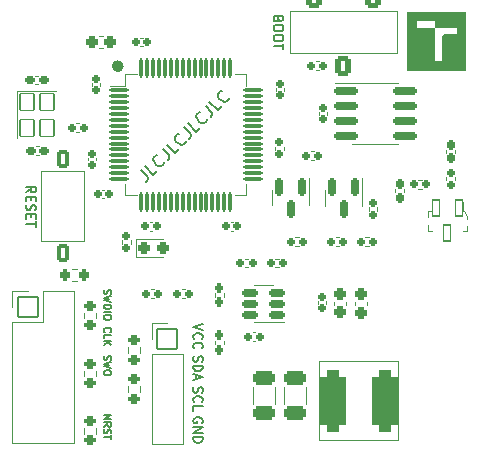
<source format=gbr>
%TF.GenerationSoftware,KiCad,Pcbnew,(6.0.8)*%
%TF.CreationDate,2022-10-25T21:38:08+02:00*%
%TF.ProjectId,stm_v3,73746d5f-7633-42e6-9b69-6361645f7063,rev?*%
%TF.SameCoordinates,Original*%
%TF.FileFunction,Legend,Top*%
%TF.FilePolarity,Positive*%
%FSLAX46Y46*%
G04 Gerber Fmt 4.6, Leading zero omitted, Abs format (unit mm)*
G04 Created by KiCad (PCBNEW (6.0.8)) date 2022-10-25 21:38:08*
%MOMM*%
%LPD*%
G01*
G04 APERTURE LIST*
G04 Aperture macros list*
%AMRoundRect*
0 Rectangle with rounded corners*
0 $1 Rounding radius*
0 $2 $3 $4 $5 $6 $7 $8 $9 X,Y pos of 4 corners*
0 Add a 4 corners polygon primitive as box body*
4,1,4,$2,$3,$4,$5,$6,$7,$8,$9,$2,$3,0*
0 Add four circle primitives for the rounded corners*
1,1,$1+$1,$2,$3*
1,1,$1+$1,$4,$5*
1,1,$1+$1,$6,$7*
1,1,$1+$1,$8,$9*
0 Add four rect primitives between the rounded corners*
20,1,$1+$1,$2,$3,$4,$5,0*
20,1,$1+$1,$4,$5,$6,$7,0*
20,1,$1+$1,$6,$7,$8,$9,0*
20,1,$1+$1,$8,$9,$2,$3,0*%
%AMFreePoly0*
4,1,35,0.480400,3.549708,0.582399,3.538627,0.594550,3.535737,0.720657,3.488462,0.733092,3.481655,0.840862,3.400887,0.850887,3.390862,0.931655,3.283092,0.938462,3.270657,0.985737,3.144550,0.988627,3.132399,0.999708,3.030400,1.000000,3.025000,1.000000,-3.500000,0.985355,-3.535355,0.950000,-3.550000,-0.950000,-3.550000,-0.985355,-3.535355,-1.000000,-3.500000,-1.000000,3.025000,
-0.999708,3.030400,-0.988627,3.132399,-0.985737,3.144550,-0.938462,3.270657,-0.931655,3.283092,-0.850887,3.390862,-0.840862,3.400887,-0.733092,3.481655,-0.720657,3.488462,-0.594550,3.535737,-0.582399,3.538627,-0.480400,3.549708,-0.475000,3.550000,0.475000,3.550000,0.480400,3.549708,0.480400,3.549708,$1*%
G04 Aperture macros list end*
%ADD10C,0.150000*%
%ADD11C,0.505116*%
%ADD12C,0.120000*%
%ADD13C,0.100000*%
%ADD14RoundRect,0.190000X-0.140000X-0.170000X0.140000X-0.170000X0.140000X0.170000X-0.140000X0.170000X0*%
%ADD15RoundRect,0.575000X-0.525000X-2.025000X0.525000X-2.025000X0.525000X2.025000X-0.525000X2.025000X0*%
%ADD16RoundRect,0.125000X-0.075000X-0.700000X0.075000X-0.700000X0.075000X0.700000X-0.075000X0.700000X0*%
%ADD17RoundRect,0.125000X-0.700000X-0.075000X0.700000X-0.075000X0.700000X0.075000X-0.700000X0.075000X0*%
%ADD18RoundRect,0.185000X0.135000X0.185000X-0.135000X0.185000X-0.135000X-0.185000X0.135000X-0.185000X0*%
%ADD19RoundRect,0.210000X0.160000X-0.197500X0.160000X0.197500X-0.160000X0.197500X-0.160000X-0.197500X0*%
%ADD20RoundRect,0.205000X0.212500X0.155000X-0.212500X0.155000X-0.212500X-0.155000X0.212500X-0.155000X0*%
%ADD21RoundRect,0.205000X-0.212500X-0.155000X0.212500X-0.155000X0.212500X0.155000X-0.212500X0.155000X0*%
%ADD22RoundRect,0.200000X-0.350000X0.600000X-0.350000X-0.600000X0.350000X-0.600000X0.350000X0.600000X0*%
%ADD23RoundRect,0.190000X0.140000X0.170000X-0.140000X0.170000X-0.140000X-0.170000X0.140000X-0.170000X0*%
%ADD24RoundRect,0.250000X-0.200000X-0.275000X0.200000X-0.275000X0.200000X0.275000X-0.200000X0.275000X0*%
%ADD25RoundRect,0.050000X-0.600000X0.700000X-0.600000X-0.700000X0.600000X-0.700000X0.600000X0.700000X0*%
%ADD26RoundRect,0.268750X-0.218750X-0.256250X0.218750X-0.256250X0.218750X0.256250X-0.218750X0.256250X0*%
%ADD27RoundRect,0.190000X-0.170000X0.140000X-0.170000X-0.140000X0.170000X-0.140000X0.170000X0.140000X0*%
%ADD28RoundRect,0.275000X0.225000X0.250000X-0.225000X0.250000X-0.225000X-0.250000X0.225000X-0.250000X0*%
%ADD29RoundRect,0.185000X-0.135000X-0.185000X0.135000X-0.185000X0.135000X0.185000X-0.135000X0.185000X0*%
%ADD30FreePoly0,90.000000*%
%ADD31RoundRect,0.250000X0.275000X-0.200000X0.275000X0.200000X-0.275000X0.200000X-0.275000X-0.200000X0*%
%ADD32RoundRect,0.185000X0.185000X-0.135000X0.185000X0.135000X-0.185000X0.135000X-0.185000X-0.135000X0*%
%ADD33RoundRect,0.205000X0.155000X-0.212500X0.155000X0.212500X-0.155000X0.212500X-0.155000X-0.212500X0*%
%ADD34RoundRect,0.300000X0.650000X-0.325000X0.650000X0.325000X-0.650000X0.325000X-0.650000X-0.325000X0*%
%ADD35RoundRect,0.185000X-0.185000X0.135000X-0.185000X-0.135000X0.185000X-0.135000X0.185000X0.135000X0*%
%ADD36RoundRect,0.230000X0.420000X0.620000X-0.420000X0.620000X-0.420000X-0.620000X0.420000X-0.620000X0*%
%ADD37RoundRect,0.050000X-0.850000X-0.850000X0.850000X-0.850000X0.850000X0.850000X-0.850000X0.850000X0*%
%ADD38O,1.800000X1.800000*%
%ADD39RoundRect,0.190000X0.170000X-0.140000X0.170000X0.140000X-0.170000X0.140000X-0.170000X-0.140000X0*%
%ADD40RoundRect,0.275000X-0.250000X0.225000X-0.250000X-0.225000X0.250000X-0.225000X0.250000X0.225000X0*%
%ADD41RoundRect,0.200000X-0.150000X0.587500X-0.150000X-0.587500X0.150000X-0.587500X0.150000X0.587500X0*%
%ADD42RoundRect,0.205000X-0.155000X0.212500X-0.155000X-0.212500X0.155000X-0.212500X0.155000X0.212500X0*%
%ADD43RoundRect,0.250000X-0.275000X0.200000X-0.275000X-0.200000X0.275000X-0.200000X0.275000X0.200000X0*%
%ADD44RoundRect,0.200000X0.512500X0.150000X-0.512500X0.150000X-0.512500X-0.150000X0.512500X-0.150000X0*%
%ADD45RoundRect,0.070000X-0.300000X0.650000X-0.300000X-0.650000X0.300000X-0.650000X0.300000X0.650000X0*%
%ADD46RoundRect,0.200000X-0.825000X-0.150000X0.825000X-0.150000X0.825000X0.150000X-0.825000X0.150000X0*%
G04 APERTURE END LIST*
D10*
X146505714Y-96012857D02*
X146477142Y-95984285D01*
X146448571Y-95898571D01*
X146448571Y-95841428D01*
X146477142Y-95755714D01*
X146534285Y-95698571D01*
X146591428Y-95670000D01*
X146705714Y-95641428D01*
X146791428Y-95641428D01*
X146905714Y-95670000D01*
X146962857Y-95698571D01*
X147020000Y-95755714D01*
X147048571Y-95841428D01*
X147048571Y-95898571D01*
X147020000Y-95984285D01*
X146991428Y-96012857D01*
X146448571Y-96555714D02*
X146448571Y-96270000D01*
X147048571Y-96270000D01*
X146448571Y-96755714D02*
X147048571Y-96755714D01*
X146448571Y-97098571D02*
X146791428Y-96841428D01*
X147048571Y-97098571D02*
X146705714Y-96755714D01*
D11*
X147870058Y-73510000D02*
G75*
G03*
X147870058Y-73510000I-252558J0D01*
G01*
D10*
X146477142Y-98011428D02*
X146448571Y-98097142D01*
X146448571Y-98240000D01*
X146477142Y-98297142D01*
X146505714Y-98325714D01*
X146562857Y-98354285D01*
X146620000Y-98354285D01*
X146677142Y-98325714D01*
X146705714Y-98297142D01*
X146734285Y-98240000D01*
X146762857Y-98125714D01*
X146791428Y-98068571D01*
X146820000Y-98040000D01*
X146877142Y-98011428D01*
X146934285Y-98011428D01*
X146991428Y-98040000D01*
X147020000Y-98068571D01*
X147048571Y-98125714D01*
X147048571Y-98268571D01*
X147020000Y-98354285D01*
X147048571Y-98554285D02*
X146448571Y-98697142D01*
X146877142Y-98811428D01*
X146448571Y-98925714D01*
X147048571Y-99068571D01*
X147048571Y-99411428D02*
X147048571Y-99525714D01*
X147020000Y-99582857D01*
X146962857Y-99640000D01*
X146848571Y-99668571D01*
X146648571Y-99668571D01*
X146534285Y-99640000D01*
X146477142Y-99582857D01*
X146448571Y-99525714D01*
X146448571Y-99411428D01*
X146477142Y-99354285D01*
X146534285Y-99297142D01*
X146648571Y-99268571D01*
X146848571Y-99268571D01*
X146962857Y-99297142D01*
X147020000Y-99354285D01*
X147048571Y-99411428D01*
X154770000Y-103700476D02*
X154808095Y-103624285D01*
X154808095Y-103510000D01*
X154770000Y-103395714D01*
X154693809Y-103319523D01*
X154617619Y-103281428D01*
X154465238Y-103243333D01*
X154350952Y-103243333D01*
X154198571Y-103281428D01*
X154122380Y-103319523D01*
X154046190Y-103395714D01*
X154008095Y-103510000D01*
X154008095Y-103586190D01*
X154046190Y-103700476D01*
X154084285Y-103738571D01*
X154350952Y-103738571D01*
X154350952Y-103586190D01*
X154008095Y-104081428D02*
X154808095Y-104081428D01*
X154008095Y-104538571D01*
X154808095Y-104538571D01*
X154008095Y-104919523D02*
X154808095Y-104919523D01*
X154808095Y-105110000D01*
X154770000Y-105224285D01*
X154693809Y-105300476D01*
X154617619Y-105338571D01*
X154465238Y-105376666D01*
X154350952Y-105376666D01*
X154198571Y-105338571D01*
X154122380Y-105300476D01*
X154046190Y-105224285D01*
X154008095Y-105110000D01*
X154008095Y-104919523D01*
X146448571Y-103044285D02*
X147048571Y-103044285D01*
X146448571Y-103387142D01*
X147048571Y-103387142D01*
X146448571Y-104015714D02*
X146734285Y-103815714D01*
X146448571Y-103672857D02*
X147048571Y-103672857D01*
X147048571Y-103901428D01*
X147020000Y-103958571D01*
X146991428Y-103987142D01*
X146934285Y-104015714D01*
X146848571Y-104015714D01*
X146791428Y-103987142D01*
X146762857Y-103958571D01*
X146734285Y-103901428D01*
X146734285Y-103672857D01*
X146477142Y-104244285D02*
X146448571Y-104330000D01*
X146448571Y-104472857D01*
X146477142Y-104530000D01*
X146505714Y-104558571D01*
X146562857Y-104587142D01*
X146620000Y-104587142D01*
X146677142Y-104558571D01*
X146705714Y-104530000D01*
X146734285Y-104472857D01*
X146762857Y-104358571D01*
X146791428Y-104301428D01*
X146820000Y-104272857D01*
X146877142Y-104244285D01*
X146934285Y-104244285D01*
X146991428Y-104272857D01*
X147020000Y-104301428D01*
X147048571Y-104358571D01*
X147048571Y-104501428D01*
X147020000Y-104587142D01*
X147048571Y-104758571D02*
X147048571Y-105101428D01*
X146448571Y-104930000D02*
X147048571Y-104930000D01*
X161227142Y-69514285D02*
X161189047Y-69628571D01*
X161150952Y-69666666D01*
X161074761Y-69704761D01*
X160960476Y-69704761D01*
X160884285Y-69666666D01*
X160846190Y-69628571D01*
X160808095Y-69552380D01*
X160808095Y-69247619D01*
X161608095Y-69247619D01*
X161608095Y-69514285D01*
X161570000Y-69590476D01*
X161531904Y-69628571D01*
X161455714Y-69666666D01*
X161379523Y-69666666D01*
X161303333Y-69628571D01*
X161265238Y-69590476D01*
X161227142Y-69514285D01*
X161227142Y-69247619D01*
X161608095Y-70200000D02*
X161608095Y-70352380D01*
X161570000Y-70428571D01*
X161493809Y-70504761D01*
X161341428Y-70542857D01*
X161074761Y-70542857D01*
X160922380Y-70504761D01*
X160846190Y-70428571D01*
X160808095Y-70352380D01*
X160808095Y-70200000D01*
X160846190Y-70123809D01*
X160922380Y-70047619D01*
X161074761Y-70009523D01*
X161341428Y-70009523D01*
X161493809Y-70047619D01*
X161570000Y-70123809D01*
X161608095Y-70200000D01*
X161608095Y-71038095D02*
X161608095Y-71190476D01*
X161570000Y-71266666D01*
X161493809Y-71342857D01*
X161341428Y-71380952D01*
X161074761Y-71380952D01*
X160922380Y-71342857D01*
X160846190Y-71266666D01*
X160808095Y-71190476D01*
X160808095Y-71038095D01*
X160846190Y-70961904D01*
X160922380Y-70885714D01*
X161074761Y-70847619D01*
X161341428Y-70847619D01*
X161493809Y-70885714D01*
X161570000Y-70961904D01*
X161608095Y-71038095D01*
X161608095Y-71609523D02*
X161608095Y-72066666D01*
X160808095Y-71838095D02*
X161608095Y-71838095D01*
X149594114Y-82308934D02*
X150099191Y-82814011D01*
X150166534Y-82948698D01*
X150166534Y-83083385D01*
X150099191Y-83218072D01*
X150031847Y-83285415D01*
X150974656Y-82342606D02*
X150637939Y-82679324D01*
X149930832Y-81972217D01*
X151547076Y-81635499D02*
X151547076Y-81702843D01*
X151479733Y-81837530D01*
X151412389Y-81904873D01*
X151277702Y-81972217D01*
X151143015Y-81972217D01*
X151042000Y-81938545D01*
X150873641Y-81837530D01*
X150772626Y-81736514D01*
X150671611Y-81568156D01*
X150637939Y-81467140D01*
X150637939Y-81332453D01*
X150705282Y-81197766D01*
X150772626Y-81130423D01*
X150907313Y-81063079D01*
X150974656Y-81063079D01*
X151412389Y-80490660D02*
X151917465Y-80995736D01*
X151984809Y-81130423D01*
X151984809Y-81265110D01*
X151917465Y-81399797D01*
X151850122Y-81467140D01*
X152792931Y-80524331D02*
X152456213Y-80861049D01*
X151749107Y-80153942D01*
X153365351Y-79817225D02*
X153365351Y-79884568D01*
X153298007Y-80019255D01*
X153230664Y-80086599D01*
X153095977Y-80153942D01*
X152961290Y-80153942D01*
X152860274Y-80120270D01*
X152691916Y-80019255D01*
X152590900Y-79918240D01*
X152489885Y-79749881D01*
X152456213Y-79648866D01*
X152456213Y-79514179D01*
X152523557Y-79379492D01*
X152590900Y-79312148D01*
X152725587Y-79244805D01*
X152792931Y-79244805D01*
X153230664Y-78672385D02*
X153735740Y-79177461D01*
X153803083Y-79312148D01*
X153803083Y-79446835D01*
X153735740Y-79581522D01*
X153668396Y-79648866D01*
X154611205Y-78706057D02*
X154274488Y-79042774D01*
X153567381Y-78335668D01*
X155183625Y-77998950D02*
X155183625Y-78066294D01*
X155116282Y-78200981D01*
X155048938Y-78268324D01*
X154914251Y-78335668D01*
X154779564Y-78335668D01*
X154678549Y-78301996D01*
X154510190Y-78200981D01*
X154409175Y-78099965D01*
X154308160Y-77931607D01*
X154274488Y-77830591D01*
X154274488Y-77695904D01*
X154341831Y-77561217D01*
X154409175Y-77493874D01*
X154543862Y-77426530D01*
X154611205Y-77426530D01*
X155048938Y-76854111D02*
X155554014Y-77359187D01*
X155621358Y-77493874D01*
X155621358Y-77628561D01*
X155554014Y-77763248D01*
X155486671Y-77830591D01*
X156429480Y-76887782D02*
X156092763Y-77224500D01*
X155385656Y-76517393D01*
X157001900Y-76180675D02*
X157001900Y-76248019D01*
X156934556Y-76382706D01*
X156867213Y-76450049D01*
X156732526Y-76517393D01*
X156597839Y-76517393D01*
X156496824Y-76483721D01*
X156328465Y-76382706D01*
X156227450Y-76281691D01*
X156126434Y-76113332D01*
X156092763Y-76012317D01*
X156092763Y-75877630D01*
X156160106Y-75742943D01*
X156227450Y-75675599D01*
X156362137Y-75608256D01*
X156429480Y-75608256D01*
X146477142Y-92428571D02*
X146448571Y-92514285D01*
X146448571Y-92657142D01*
X146477142Y-92714285D01*
X146505714Y-92742857D01*
X146562857Y-92771428D01*
X146620000Y-92771428D01*
X146677142Y-92742857D01*
X146705714Y-92714285D01*
X146734285Y-92657142D01*
X146762857Y-92542857D01*
X146791428Y-92485714D01*
X146820000Y-92457142D01*
X146877142Y-92428571D01*
X146934285Y-92428571D01*
X146991428Y-92457142D01*
X147020000Y-92485714D01*
X147048571Y-92542857D01*
X147048571Y-92685714D01*
X147020000Y-92771428D01*
X147048571Y-92971428D02*
X146448571Y-93114285D01*
X146877142Y-93228571D01*
X146448571Y-93342857D01*
X147048571Y-93485714D01*
X146448571Y-93714285D02*
X147048571Y-93714285D01*
X147048571Y-93857142D01*
X147020000Y-93942857D01*
X146962857Y-94000000D01*
X146905714Y-94028571D01*
X146791428Y-94057142D01*
X146705714Y-94057142D01*
X146591428Y-94028571D01*
X146534285Y-94000000D01*
X146477142Y-93942857D01*
X146448571Y-93857142D01*
X146448571Y-93714285D01*
X146448571Y-94314285D02*
X147048571Y-94314285D01*
X147048571Y-94714285D02*
X147048571Y-94828571D01*
X147020000Y-94885714D01*
X146962857Y-94942857D01*
X146848571Y-94971428D01*
X146648571Y-94971428D01*
X146534285Y-94942857D01*
X146477142Y-94885714D01*
X146448571Y-94828571D01*
X146448571Y-94714285D01*
X146477142Y-94657142D01*
X146534285Y-94600000D01*
X146648571Y-94571428D01*
X146848571Y-94571428D01*
X146962857Y-94600000D01*
X147020000Y-94657142D01*
X147048571Y-94714285D01*
X154046190Y-98078571D02*
X154008095Y-98192857D01*
X154008095Y-98383333D01*
X154046190Y-98459523D01*
X154084285Y-98497619D01*
X154160476Y-98535714D01*
X154236666Y-98535714D01*
X154312857Y-98497619D01*
X154350952Y-98459523D01*
X154389047Y-98383333D01*
X154427142Y-98230952D01*
X154465238Y-98154761D01*
X154503333Y-98116666D01*
X154579523Y-98078571D01*
X154655714Y-98078571D01*
X154731904Y-98116666D01*
X154770000Y-98154761D01*
X154808095Y-98230952D01*
X154808095Y-98421428D01*
X154770000Y-98535714D01*
X154008095Y-98878571D02*
X154808095Y-98878571D01*
X154808095Y-99069047D01*
X154770000Y-99183333D01*
X154693809Y-99259523D01*
X154617619Y-99297619D01*
X154465238Y-99335714D01*
X154350952Y-99335714D01*
X154198571Y-99297619D01*
X154122380Y-99259523D01*
X154046190Y-99183333D01*
X154008095Y-99069047D01*
X154008095Y-98878571D01*
X154236666Y-99640476D02*
X154236666Y-100021428D01*
X154008095Y-99564285D02*
X154808095Y-99830952D01*
X154008095Y-100097619D01*
X139888095Y-84198095D02*
X140269047Y-83931428D01*
X139888095Y-83740952D02*
X140688095Y-83740952D01*
X140688095Y-84045714D01*
X140650000Y-84121904D01*
X140611904Y-84160000D01*
X140535714Y-84198095D01*
X140421428Y-84198095D01*
X140345238Y-84160000D01*
X140307142Y-84121904D01*
X140269047Y-84045714D01*
X140269047Y-83740952D01*
X140307142Y-84540952D02*
X140307142Y-84807619D01*
X139888095Y-84921904D02*
X139888095Y-84540952D01*
X140688095Y-84540952D01*
X140688095Y-84921904D01*
X139926190Y-85226666D02*
X139888095Y-85340952D01*
X139888095Y-85531428D01*
X139926190Y-85607619D01*
X139964285Y-85645714D01*
X140040476Y-85683809D01*
X140116666Y-85683809D01*
X140192857Y-85645714D01*
X140230952Y-85607619D01*
X140269047Y-85531428D01*
X140307142Y-85379047D01*
X140345238Y-85302857D01*
X140383333Y-85264761D01*
X140459523Y-85226666D01*
X140535714Y-85226666D01*
X140611904Y-85264761D01*
X140650000Y-85302857D01*
X140688095Y-85379047D01*
X140688095Y-85569523D01*
X140650000Y-85683809D01*
X140307142Y-86026666D02*
X140307142Y-86293333D01*
X139888095Y-86407619D02*
X139888095Y-86026666D01*
X140688095Y-86026666D01*
X140688095Y-86407619D01*
X140688095Y-86636190D02*
X140688095Y-87093333D01*
X139888095Y-86864761D02*
X140688095Y-86864761D01*
X154046190Y-100677618D02*
X154008095Y-100791903D01*
X154008095Y-100982379D01*
X154046190Y-101058570D01*
X154084285Y-101096665D01*
X154160476Y-101134760D01*
X154236666Y-101134760D01*
X154312857Y-101096665D01*
X154350952Y-101058570D01*
X154389047Y-100982379D01*
X154427142Y-100829999D01*
X154465238Y-100753808D01*
X154503333Y-100715713D01*
X154579523Y-100677618D01*
X154655714Y-100677618D01*
X154731904Y-100715713D01*
X154770000Y-100753808D01*
X154808095Y-100829999D01*
X154808095Y-101020475D01*
X154770000Y-101134760D01*
X154084285Y-101934760D02*
X154046190Y-101896665D01*
X154008095Y-101782379D01*
X154008095Y-101706189D01*
X154046190Y-101591903D01*
X154122380Y-101515713D01*
X154198571Y-101477618D01*
X154350952Y-101439522D01*
X154465238Y-101439522D01*
X154617619Y-101477618D01*
X154693809Y-101515713D01*
X154770000Y-101591903D01*
X154808095Y-101706189D01*
X154808095Y-101782379D01*
X154770000Y-101896665D01*
X154731904Y-101934760D01*
X154008095Y-102658570D02*
X154008095Y-102277618D01*
X154808095Y-102277618D01*
X154808095Y-95343333D02*
X154008095Y-95610000D01*
X154808095Y-95876666D01*
X154084285Y-96600476D02*
X154046190Y-96562380D01*
X154008095Y-96448095D01*
X154008095Y-96371904D01*
X154046190Y-96257619D01*
X154122380Y-96181428D01*
X154198571Y-96143333D01*
X154350952Y-96105238D01*
X154465238Y-96105238D01*
X154617619Y-96143333D01*
X154693809Y-96181428D01*
X154770000Y-96257619D01*
X154808095Y-96371904D01*
X154808095Y-96448095D01*
X154770000Y-96562380D01*
X154731904Y-96600476D01*
X154084285Y-97400476D02*
X154046190Y-97362380D01*
X154008095Y-97248095D01*
X154008095Y-97171904D01*
X154046190Y-97057619D01*
X154122380Y-96981428D01*
X154198571Y-96943333D01*
X154350952Y-96905238D01*
X154465238Y-96905238D01*
X154617619Y-96943333D01*
X154693809Y-96981428D01*
X154770000Y-97057619D01*
X154808095Y-97171904D01*
X154808095Y-97248095D01*
X154770000Y-97362380D01*
X154731904Y-97400476D01*
D12*
%TO.C,C10*%
X146279664Y-83950000D02*
X146495336Y-83950000D01*
X146279664Y-84670000D02*
X146495336Y-84670000D01*
%TO.C,L1*%
X164670000Y-98480000D02*
X171370000Y-98480000D01*
X171370000Y-98480000D02*
X171370000Y-105180000D01*
X171370000Y-105180000D02*
X164670000Y-105180000D01*
X164670000Y-105180000D02*
X164670000Y-98480000D01*
%TO.C,U1*%
X157537500Y-84420000D02*
X158487500Y-84420000D01*
X158487500Y-84420000D02*
X158487500Y-83470000D01*
X148267500Y-84420000D02*
X148267500Y-83470000D01*
X158487500Y-74200000D02*
X158487500Y-75150000D01*
X149217500Y-74200000D02*
X148267500Y-74200000D01*
X148267500Y-74200000D02*
X148267500Y-75150000D01*
X149217500Y-84420000D02*
X148267500Y-84420000D01*
X148267500Y-75150000D02*
X146927500Y-75150000D01*
X157537500Y-74200000D02*
X158487500Y-74200000D01*
%TO.C,R23*%
X158673641Y-90550000D02*
X158366359Y-90550000D01*
X158673641Y-89790000D02*
X158366359Y-89790000D01*
%TO.C,R22*%
X161243641Y-90550000D02*
X160936359Y-90550000D01*
X161243641Y-89790000D02*
X160936359Y-89790000D01*
%TO.C,R14*%
X156610000Y-93047621D02*
X156610000Y-92712379D01*
X155850000Y-93047621D02*
X155850000Y-92712379D01*
%TO.C,R13*%
X156610000Y-97067621D02*
X156610000Y-96732379D01*
X155850000Y-97067621D02*
X155850000Y-96732379D01*
%TO.C,C9*%
X140933335Y-81020000D02*
X140701665Y-81020000D01*
X140933335Y-80300000D02*
X140701665Y-80300000D01*
%TO.C,C8*%
X140651665Y-74300000D02*
X140883335Y-74300000D01*
X140651665Y-75020000D02*
X140883335Y-75020000D01*
%TO.C,SW1*%
X144760000Y-82340000D02*
X141160000Y-82340000D01*
X141160000Y-82340000D02*
X141160000Y-88340000D01*
X141160000Y-88340000D02*
X144760000Y-88340000D01*
X144760000Y-88340000D02*
X144760000Y-82340000D01*
%TO.C,C3*%
X157385336Y-87420000D02*
X157169664Y-87420000D01*
X157385336Y-86700000D02*
X157169664Y-86700000D01*
%TO.C,R7*%
X143732742Y-91702500D02*
X144207258Y-91702500D01*
X143732742Y-90657500D02*
X144207258Y-90657500D01*
%TO.C,Y1*%
X142407500Y-75610000D02*
X139107500Y-75610000D01*
X139107500Y-75610000D02*
X139107500Y-79610000D01*
%TO.C,C5*%
X149539664Y-71080000D02*
X149755336Y-71080000D01*
X149539664Y-71800000D02*
X149755336Y-71800000D01*
%TO.C,D2*%
X149172500Y-89635000D02*
X151457500Y-89635000D01*
X149172500Y-88165000D02*
X149172500Y-89635000D01*
X151457500Y-88165000D02*
X149172500Y-88165000D01*
%TO.C,C16*%
X164550000Y-93412164D02*
X164550000Y-93627836D01*
X165270000Y-93412164D02*
X165270000Y-93627836D01*
%TO.C,C1*%
X146338080Y-70940000D02*
X146056920Y-70940000D01*
X146338080Y-71960000D02*
X146056920Y-71960000D01*
%TO.C,R4*%
X164366359Y-73840000D02*
X164673641Y-73840000D01*
X164366359Y-73080000D02*
X164673641Y-73080000D01*
%TO.C,R8*%
X145812500Y-94867258D02*
X145812500Y-94392742D01*
X144767500Y-94867258D02*
X144767500Y-94392742D01*
%TO.C,R2*%
X176180000Y-83173641D02*
X176180000Y-82866359D01*
X175420000Y-83173641D02*
X175420000Y-82866359D01*
%TO.C,R9*%
X145812500Y-99757258D02*
X145812500Y-99282742D01*
X144767500Y-99757258D02*
X144767500Y-99282742D01*
%TO.C,R11*%
X150396359Y-92400000D02*
X150703641Y-92400000D01*
X150396359Y-93160000D02*
X150703641Y-93160000D01*
%TO.C,R19*%
X163946359Y-80700000D02*
X164253641Y-80700000D01*
X163946359Y-81460000D02*
X164253641Y-81460000D01*
%TO.C,C13*%
X175440000Y-80855835D02*
X175440000Y-80624165D01*
X176160000Y-80855835D02*
X176160000Y-80624165D01*
%TO.C,C18*%
X161720000Y-102081252D02*
X161720000Y-100658748D01*
X163540000Y-102081252D02*
X163540000Y-100658748D01*
%TO.C,R20*%
X168576359Y-88000000D02*
X168883641Y-88000000D01*
X168576359Y-88760000D02*
X168883641Y-88760000D01*
%TO.C,R21*%
X169610000Y-85426359D02*
X169610000Y-85733641D01*
X168850000Y-85426359D02*
X168850000Y-85733641D01*
%TO.C,R17*%
X166056359Y-88000000D02*
X166363641Y-88000000D01*
X166056359Y-88760000D02*
X166363641Y-88760000D01*
%TO.C,R12*%
X153333641Y-93140000D02*
X153026359Y-93140000D01*
X153333641Y-92380000D02*
X153026359Y-92380000D01*
%TO.C,R16*%
X162923641Y-88760000D02*
X162616359Y-88760000D01*
X162923641Y-88000000D02*
X162616359Y-88000000D01*
%TO.C,SW2*%
X171255000Y-72350000D02*
X162205000Y-72350000D01*
X162205000Y-72350000D02*
X162205000Y-68850000D01*
X162205000Y-68850000D02*
X171255000Y-68850000D01*
X171255000Y-68850000D02*
X171255000Y-72350000D01*
%TO.C,J1*%
X150500000Y-96580000D02*
X150500000Y-95250000D01*
X150500000Y-105530000D02*
X153160000Y-105530000D01*
X150500000Y-97850000D02*
X150500000Y-105530000D01*
X150500000Y-97850000D02*
X153160000Y-97850000D01*
X153160000Y-97850000D02*
X153160000Y-105530000D01*
X150500000Y-95250000D02*
X151830000Y-95250000D01*
%TO.C,C19*%
X160900000Y-102091252D02*
X160900000Y-100668748D01*
X159080000Y-102091252D02*
X159080000Y-100668748D01*
%TO.C,C17*%
X159052164Y-96770000D02*
X159267836Y-96770000D01*
X159052164Y-96050000D02*
X159267836Y-96050000D01*
%TO.C,R3*%
X144063859Y-79090000D02*
X144371141Y-79090000D01*
X144063859Y-78330000D02*
X144371141Y-78330000D01*
%TO.C,C11*%
X164620000Y-77597836D02*
X164620000Y-77382164D01*
X165340000Y-77597836D02*
X165340000Y-77382164D01*
%TO.C,C14*%
X165890000Y-93439420D02*
X165890000Y-93720580D01*
X166910000Y-93439420D02*
X166910000Y-93720580D01*
%TO.C,Q2*%
X165180000Y-84677500D02*
X165180000Y-84027500D01*
X165180000Y-84677500D02*
X165180000Y-85327500D01*
X168300000Y-84677500D02*
X168300000Y-83002500D01*
X168300000Y-84677500D02*
X168300000Y-85327500D01*
%TO.C,C12*%
X171840000Y-83944165D02*
X171840000Y-84175835D01*
X171120000Y-83944165D02*
X171120000Y-84175835D01*
%TO.C,R6*%
X148477500Y-100592742D02*
X148477500Y-101067258D01*
X149522500Y-100592742D02*
X149522500Y-101067258D01*
%TO.C,C4*%
X161727500Y-75382164D02*
X161727500Y-75597836D01*
X161007500Y-75382164D02*
X161007500Y-75597836D01*
%TO.C,R18*%
X161657500Y-80316359D02*
X161657500Y-80623641D01*
X160897500Y-80316359D02*
X160897500Y-80623641D01*
%TO.C,Q1*%
X163820000Y-84647500D02*
X163820000Y-82972500D01*
X163820000Y-84647500D02*
X163820000Y-85297500D01*
X160700000Y-84647500D02*
X160700000Y-85297500D01*
X160700000Y-84647500D02*
X160700000Y-83997500D01*
%TO.C,R15*%
X148717500Y-88246359D02*
X148717500Y-88553641D01*
X147957500Y-88246359D02*
X147957500Y-88553641D01*
%TO.C,U3*%
X159930000Y-92070000D02*
X159130000Y-92070000D01*
X159930000Y-95190000D02*
X159130000Y-95190000D01*
X159930000Y-92070000D02*
X160730000Y-92070000D01*
X159930000Y-95190000D02*
X161730000Y-95190000D01*
%TO.C,G\u002A\u002A\u002A*%
G36*
X177144226Y-68912414D02*
G01*
X177144226Y-73895906D01*
X172144095Y-73895906D01*
X172144095Y-70235244D01*
X172951104Y-70235244D01*
X174490246Y-70235244D01*
X174490246Y-71648204D01*
X174490279Y-71800282D01*
X174490375Y-71947866D01*
X174490530Y-72090098D01*
X174490742Y-72226117D01*
X174491007Y-72355065D01*
X174491322Y-72476082D01*
X174491682Y-72588310D01*
X174492086Y-72690888D01*
X174492528Y-72782958D01*
X174493006Y-72863660D01*
X174493517Y-72932136D01*
X174494057Y-72987525D01*
X174494622Y-73028968D01*
X174495209Y-73055607D01*
X174495815Y-73066582D01*
X174495898Y-73066817D01*
X174505262Y-73068081D01*
X174529319Y-73069122D01*
X174566126Y-73069918D01*
X174613739Y-73070444D01*
X174670213Y-73070679D01*
X174733605Y-73070598D01*
X174789167Y-73070283D01*
X175076784Y-73068097D01*
X175080944Y-72044597D01*
X175085103Y-71021096D01*
X175112785Y-70964871D01*
X175133388Y-70929310D01*
X175159278Y-70893086D01*
X175181307Y-70867805D01*
X175223117Y-70833446D01*
X175275070Y-70801794D01*
X175330682Y-70776254D01*
X175383470Y-70760227D01*
X175387827Y-70759374D01*
X175405778Y-70757617D01*
X175438981Y-70756019D01*
X175486051Y-70754602D01*
X175545602Y-70753390D01*
X175616248Y-70752408D01*
X175696603Y-70751677D01*
X175785282Y-70751221D01*
X175880769Y-70751065D01*
X176328896Y-70751065D01*
X176328896Y-70235244D01*
X174498787Y-70235244D01*
X174496596Y-69954455D01*
X174494406Y-69673665D01*
X172951104Y-69669419D01*
X172951104Y-70235244D01*
X172144095Y-70235244D01*
X172144095Y-68912414D01*
X177144226Y-68912414D01*
G37*
%TO.C,R10*%
X144767500Y-104607258D02*
X144767500Y-104132742D01*
X145812500Y-104607258D02*
X145812500Y-104132742D01*
%TO.C,R1*%
X173383641Y-83870000D02*
X173076359Y-83870000D01*
X173383641Y-83110000D02*
X173076359Y-83110000D01*
%TO.C,J2*%
X141275000Y-95165000D02*
X141275000Y-92565000D01*
X138675000Y-105385000D02*
X143875000Y-105385000D01*
X141275000Y-92565000D02*
X143875000Y-92565000D01*
X138675000Y-92565000D02*
X140005000Y-92565000D01*
X138675000Y-93895000D02*
X138675000Y-92565000D01*
X138675000Y-95165000D02*
X138675000Y-105385000D01*
X138675000Y-95165000D02*
X141275000Y-95165000D01*
X143875000Y-92565000D02*
X143875000Y-105385000D01*
D13*
%TO.C,D1*%
X176845000Y-85775000D02*
X176845000Y-85000000D01*
X176895000Y-85775000D02*
X176845000Y-85775000D01*
X173870000Y-87425000D02*
X173870000Y-86975000D01*
X177170000Y-86425000D02*
X177170000Y-86150000D01*
X174095000Y-87425000D02*
X174220000Y-87425000D01*
X173870000Y-85775000D02*
X174220000Y-85775000D01*
X173870000Y-86250000D02*
X173870000Y-85775000D01*
X174170000Y-87425000D02*
X173870000Y-87425000D01*
X177170000Y-86150000D02*
X176895000Y-85775000D01*
X177170000Y-87050000D02*
X177170000Y-87425000D01*
X177170000Y-87425000D02*
X176870000Y-87425000D01*
D12*
%TO.C,C7*%
X145067500Y-81487836D02*
X145067500Y-81272164D01*
X145787500Y-81487836D02*
X145787500Y-81272164D01*
%TO.C,C6*%
X145437500Y-75167836D02*
X145437500Y-74952164D01*
X146157500Y-75167836D02*
X146157500Y-74952164D01*
%TO.C,U2*%
X169430000Y-80070000D02*
X171380000Y-80070000D01*
X169430000Y-80070000D02*
X167480000Y-80070000D01*
X169430000Y-74950000D02*
X171380000Y-74950000D01*
X169430000Y-74950000D02*
X165980000Y-74950000D01*
%TO.C,C15*%
X167710000Y-93449420D02*
X167710000Y-93730580D01*
X168730000Y-93449420D02*
X168730000Y-93730580D01*
%TO.C,R5*%
X148477500Y-97282742D02*
X148477500Y-97757258D01*
X149522500Y-97282742D02*
X149522500Y-97757258D01*
%TO.C,C2*%
X150535336Y-87430000D02*
X150319664Y-87430000D01*
X150535336Y-86710000D02*
X150319664Y-86710000D01*
%TD*%
%LPC*%
D14*
%TO.C,C10*%
X145907500Y-84310000D03*
X146867500Y-84310000D03*
%TD*%
D15*
%TO.C,L1*%
X170220000Y-101830000D03*
X165820000Y-101830000D03*
%TD*%
D16*
%TO.C,U1*%
X149627500Y-73635000D03*
X150127500Y-73635000D03*
X150627500Y-73635000D03*
X151127500Y-73635000D03*
X151627500Y-73635000D03*
X152127500Y-73635000D03*
X152627500Y-73635000D03*
X153127500Y-73635000D03*
X153627500Y-73635000D03*
X154127500Y-73635000D03*
X154627500Y-73635000D03*
X155127500Y-73635000D03*
X155627500Y-73635000D03*
X156127500Y-73635000D03*
X156627500Y-73635000D03*
X157127500Y-73635000D03*
D17*
X159052500Y-75560000D03*
X159052500Y-76060000D03*
X159052500Y-76560000D03*
X159052500Y-77060000D03*
X159052500Y-77560000D03*
X159052500Y-78060000D03*
X159052500Y-78560000D03*
X159052500Y-79060000D03*
X159052500Y-79560000D03*
X159052500Y-80060000D03*
X159052500Y-80560000D03*
X159052500Y-81060000D03*
X159052500Y-81560000D03*
X159052500Y-82060000D03*
X159052500Y-82560000D03*
X159052500Y-83060000D03*
D16*
X157127500Y-84985000D03*
X156627500Y-84985000D03*
X156127500Y-84985000D03*
X155627500Y-84985000D03*
X155127500Y-84985000D03*
X154627500Y-84985000D03*
X154127500Y-84985000D03*
X153627500Y-84985000D03*
X153127500Y-84985000D03*
X152627500Y-84985000D03*
X152127500Y-84985000D03*
X151627500Y-84985000D03*
X151127500Y-84985000D03*
X150627500Y-84985000D03*
X150127500Y-84985000D03*
X149627500Y-84985000D03*
D17*
X147702500Y-83060000D03*
X147702500Y-82560000D03*
X147702500Y-82060000D03*
X147702500Y-81560000D03*
X147702500Y-81060000D03*
X147702500Y-80560000D03*
X147702500Y-80060000D03*
X147702500Y-79560000D03*
X147702500Y-79060000D03*
X147702500Y-78560000D03*
X147702500Y-78060000D03*
X147702500Y-77560000D03*
X147702500Y-77060000D03*
X147702500Y-76560000D03*
X147702500Y-76060000D03*
X147702500Y-75560000D03*
%TD*%
D18*
%TO.C,R23*%
X159030000Y-90170000D03*
X158010000Y-90170000D03*
%TD*%
%TO.C,R22*%
X161600000Y-90170000D03*
X160580000Y-90170000D03*
%TD*%
D19*
%TO.C,R14*%
X156230000Y-92282500D03*
X156230000Y-93477500D03*
%TD*%
%TO.C,R13*%
X156230000Y-96302500D03*
X156230000Y-97497500D03*
%TD*%
D20*
%TO.C,C9*%
X141385000Y-80660000D03*
X140250000Y-80660000D03*
%TD*%
D21*
%TO.C,C8*%
X140200000Y-74660000D03*
X141335000Y-74660000D03*
%TD*%
D22*
%TO.C,SW1*%
X142960000Y-89290000D03*
X142960000Y-81390000D03*
%TD*%
D23*
%TO.C,C3*%
X156797500Y-87060000D03*
X157757500Y-87060000D03*
%TD*%
D24*
%TO.C,R7*%
X143145000Y-91180000D03*
X144795000Y-91180000D03*
%TD*%
D25*
%TO.C,Y1*%
X139907500Y-76510000D03*
X139907500Y-78710000D03*
X141607500Y-78710000D03*
X141607500Y-76510000D03*
%TD*%
D14*
%TO.C,C5*%
X150127500Y-71440000D03*
X149167500Y-71440000D03*
%TD*%
D26*
%TO.C,D2*%
X151445000Y-88900000D03*
X149870000Y-88900000D03*
%TD*%
D27*
%TO.C,C16*%
X164910000Y-93040000D03*
X164910000Y-94000000D03*
%TD*%
D28*
%TO.C,C1*%
X145422500Y-71450000D03*
X146972500Y-71450000D03*
%TD*%
D29*
%TO.C,R4*%
X164010000Y-73460000D03*
X165030000Y-73460000D03*
%TD*%
D30*
%TO.C,J3*%
X181760000Y-70900000D03*
X181760000Y-75300000D03*
X181760000Y-79700000D03*
X181760000Y-84100000D03*
X181760000Y-88500000D03*
X181760000Y-92900000D03*
X181760000Y-97300000D03*
X181760000Y-101700000D03*
%TD*%
D31*
%TO.C,R8*%
X145290000Y-95455000D03*
X145290000Y-93805000D03*
%TD*%
D32*
%TO.C,R2*%
X175800000Y-83530000D03*
X175800000Y-82510000D03*
%TD*%
D31*
%TO.C,R9*%
X145290000Y-100345000D03*
X145290000Y-98695000D03*
%TD*%
D29*
%TO.C,R11*%
X151060000Y-92780000D03*
X150040000Y-92780000D03*
%TD*%
%TO.C,R19*%
X163590000Y-81080000D03*
X164610000Y-81080000D03*
%TD*%
D33*
%TO.C,C13*%
X175800000Y-80172500D03*
X175800000Y-81307500D03*
%TD*%
D34*
%TO.C,C18*%
X162630000Y-102845000D03*
X162630000Y-99895000D03*
%TD*%
D29*
%TO.C,R20*%
X169240000Y-88380000D03*
X168220000Y-88380000D03*
%TD*%
D35*
%TO.C,R21*%
X169230000Y-86090000D03*
X169230000Y-85070000D03*
%TD*%
D29*
%TO.C,R17*%
X166720000Y-88380000D03*
X165700000Y-88380000D03*
%TD*%
D18*
%TO.C,R12*%
X152670000Y-92760000D03*
X153690000Y-92760000D03*
%TD*%
%TO.C,R16*%
X162260000Y-88380000D03*
X163280000Y-88380000D03*
%TD*%
D36*
%TO.C,SW2*%
X164230000Y-67750000D03*
X166730000Y-73450000D03*
X169230000Y-67750000D03*
%TD*%
D37*
%TO.C,J1*%
X151830000Y-96580000D03*
D38*
X151830000Y-99120000D03*
X151830000Y-101660000D03*
X151830000Y-104200000D03*
%TD*%
D34*
%TO.C,C19*%
X159990000Y-102855000D03*
X159990000Y-99905000D03*
%TD*%
D14*
%TO.C,C17*%
X158680000Y-96410000D03*
X159640000Y-96410000D03*
%TD*%
D29*
%TO.C,R3*%
X144727500Y-78710000D03*
X143707500Y-78710000D03*
%TD*%
D39*
%TO.C,C11*%
X164980000Y-77970000D03*
X164980000Y-77010000D03*
%TD*%
D40*
%TO.C,C14*%
X166400000Y-92805000D03*
X166400000Y-94355000D03*
%TD*%
D41*
%TO.C,Q2*%
X167690000Y-83740000D03*
X165790000Y-83740000D03*
X166740000Y-85615000D03*
%TD*%
D42*
%TO.C,C12*%
X171480000Y-83492500D03*
X171480000Y-84627500D03*
%TD*%
D43*
%TO.C,R6*%
X149000000Y-100005000D03*
X149000000Y-101655000D03*
%TD*%
D27*
%TO.C,C4*%
X161367500Y-75970000D03*
X161367500Y-75010000D03*
%TD*%
D35*
%TO.C,R18*%
X161277500Y-79960000D03*
X161277500Y-80980000D03*
%TD*%
D41*
%TO.C,Q1*%
X162260000Y-85585000D03*
X161310000Y-83710000D03*
X163210000Y-83710000D03*
%TD*%
D35*
%TO.C,R15*%
X148337500Y-88910000D03*
X148337500Y-87890000D03*
%TD*%
D44*
%TO.C,U3*%
X161067500Y-94580000D03*
X161067500Y-93630000D03*
X161067500Y-92680000D03*
X158792500Y-92680000D03*
X158792500Y-93630000D03*
X158792500Y-94580000D03*
%TD*%
D31*
%TO.C,R10*%
X145290000Y-105195000D03*
X145290000Y-103545000D03*
%TD*%
D18*
%TO.C,R1*%
X173740000Y-83490000D03*
X172720000Y-83490000D03*
%TD*%
D37*
%TO.C,J2*%
X140005000Y-93895000D03*
D38*
X142545000Y-93895000D03*
X140005000Y-96435000D03*
X142545000Y-96435000D03*
X140005000Y-98975000D03*
X142545000Y-98975000D03*
X140005000Y-101515000D03*
X142545000Y-101515000D03*
X140005000Y-104055000D03*
X142545000Y-104055000D03*
%TD*%
D45*
%TO.C,D1*%
X176470000Y-85550000D03*
X174570000Y-85550000D03*
X175520000Y-87650000D03*
%TD*%
D39*
%TO.C,C7*%
X145427500Y-80900000D03*
X145427500Y-81860000D03*
%TD*%
%TO.C,C6*%
X145797500Y-74580000D03*
X145797500Y-75540000D03*
%TD*%
D46*
%TO.C,U2*%
X166955000Y-75605000D03*
X166955000Y-76875000D03*
X166955000Y-78145000D03*
X166955000Y-79415000D03*
X171905000Y-79415000D03*
X171905000Y-78145000D03*
X171905000Y-76875000D03*
X171905000Y-75605000D03*
%TD*%
D40*
%TO.C,C15*%
X168220000Y-92815000D03*
X168220000Y-94365000D03*
%TD*%
D43*
%TO.C,R5*%
X149000000Y-96695000D03*
X149000000Y-98345000D03*
%TD*%
D23*
%TO.C,C2*%
X149947500Y-87070000D03*
X150907500Y-87070000D03*
%TD*%
M02*

</source>
